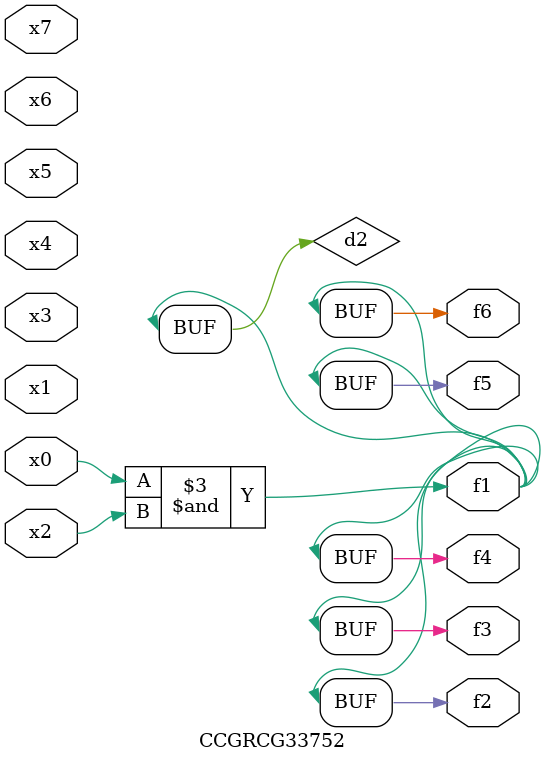
<source format=v>
module CCGRCG33752(
	input x0, x1, x2, x3, x4, x5, x6, x7,
	output f1, f2, f3, f4, f5, f6
);

	wire d1, d2;

	nor (d1, x3, x6);
	and (d2, x0, x2);
	assign f1 = d2;
	assign f2 = d2;
	assign f3 = d2;
	assign f4 = d2;
	assign f5 = d2;
	assign f6 = d2;
endmodule

</source>
